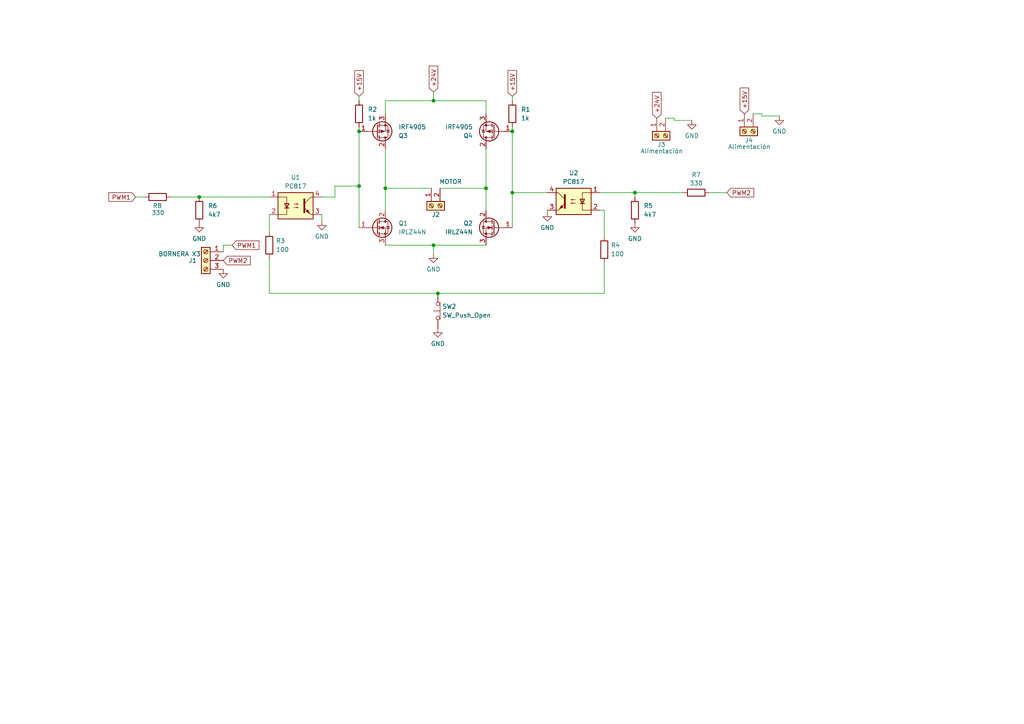
<source format=kicad_sch>
(kicad_sch (version 20231120) (generator "eeschema") (generator_version "8.0")
  (paper "A4")
  (title_block (title "PUENTE H DE POTENCIA") (date "21/08/2024") (rev "1") (company "Danilo Diaz Melión"))
  (lib_symbols
    (symbol "Connector:Screw_Terminal_01x02" (pin_names (offset 1.016) hide)
      (property "Reference" "J" (at 0 2.54 0))
      (property "Value" "Screw_Terminal_01x02" (at 0 -5.08 0))
      (symbol "Screw_Terminal_01x02_1_1"
        (rectangle (start -1.27 1.27) (end 1.27 -3.81) (stroke (width 0.254)) (fill (type background)))
        (circle (center 0 -2.54) (radius 0.635) (stroke (width 0.1524)))
        (polyline (pts (xy -0.5334 -2.2098) (xy 0.3302 -3.048)) (stroke (width 0.1524)))
        (polyline (pts (xy -0.5334 0.3302) (xy 0.3302 -0.508)) (stroke (width 0.1524)))
        (polyline (pts (xy -0.3556 -2.032) (xy 0.508 -2.8702)) (stroke (width 0.1524)))
        (polyline (pts (xy -0.3556 0.508) (xy 0.508 -0.3302)) (stroke (width 0.1524)))
        (circle (center 0 0) (radius 0.635) (stroke (width 0.1524)))
        (pin passive line (at -5.08 0 0) (length 3.81) (name "Pin_1") (number "1"))
        (pin passive line (at -5.08 -2.54 0) (length 3.81) (name "Pin_2") (number "2"))
      )
    )
    (symbol "Connector:Screw_Terminal_01x03" (pin_names (offset 1.016) hide)
      (property "Reference" "J" (at 0 5.08 0))
      (property "Value" "Screw_Terminal_01x03" (at 0 -5.08 0))
      (symbol "Screw_Terminal_01x03_1_1"
        (rectangle (start -1.27 3.81) (end 1.27 -3.81) (stroke (width 0.254)) (fill (type background)))
        (circle (center 0 -2.54) (radius 0.635) (stroke (width 0.1524)))
        (polyline (pts (xy -0.5334 -2.2098) (xy 0.3302 -3.048)) (stroke (width 0.1524)))
        (polyline (pts (xy -0.5334 0.3302) (xy 0.3302 -0.508)) (stroke (width 0.1524)))
        (polyline (pts (xy -0.5334 2.8702) (xy 0.3302 2.032)) (stroke (width 0.1524)))
        (polyline (pts (xy -0.3556 -2.032) (xy 0.508 -2.8702)) (stroke (width 0.1524)))
        (polyline (pts (xy -0.3556 0.508) (xy 0.508 -0.3302)) (stroke (width 0.1524)))
        (polyline (pts (xy -0.3556 3.048) (xy 0.508 2.2098)) (stroke (width 0.1524)))
        (circle (center 0 0) (radius 0.635) (stroke (width 0.1524)))
        (circle (center 0 2.54) (radius 0.635) (stroke (width 0.1524)))
        (pin passive line (at -5.08 2.54 0) (length 3.81) (name "Pin_1") (number "1"))
        (pin passive line (at -5.08 0 0) (length 3.81) (name "Pin_2") (number "2"))
        (pin passive line (at -5.08 -2.54 0) (length 3.81) (name "Pin_3") (number "3"))
      )
    )
    (symbol "Device:R" (pin_numbers hide) (pin_names (offset 0))
      (property "Reference" "R" (at 2.032 0 90))
      (property "Value" "R" (at 0 0 90))
      (symbol "R_0_1"
        (rectangle (start -1.016 -2.54) (end 1.016 2.54) (stroke (width 0.254)))
      )
      (symbol "R_1_1"
        (pin passive line (at 0 3.81 270) (length 1.27) (name "~") (number "1"))
        (pin passive line (at 0 -3.81 90) (length 1.27) (name "~") (number "2"))
      )
    )
    (symbol "Isolator:PC817" (pin_names (offset 1.016))
      (property "Reference" "U" (at -5.08 5.08 0))
      (property "Value" "PC817" (at 0 5.08 0))
      (symbol "PC817_0_1"
        (rectangle (start -5.08 3.81) (end 5.08 -3.81) (stroke (width 0.254)) (fill (type background)))
        (polyline (pts (xy -3.175 -0.635) (xy -1.905 -0.635)) (stroke (width 0.254)))
        (polyline (pts (xy 2.54 0.635) (xy 4.445 2.54)))
        (polyline (pts (xy 4.445 -2.54) (xy 2.54 -0.635)) (fill (type outline)))
        (polyline (pts (xy 4.445 -2.54) (xy 5.08 -2.54)))
        (polyline (pts (xy 4.445 2.54) (xy 5.08 2.54)))
        (polyline (pts (xy -5.08 2.54) (xy -2.54 2.54) (xy -2.54 -0.635)))
        (polyline (pts (xy -2.54 -0.635) (xy -2.54 -2.54) (xy -5.08 -2.54)))
        (polyline (pts (xy 2.54 1.905) (xy 2.54 -1.905) (xy 2.54 -1.905)) (stroke (width 0.508)))
        (polyline (pts (xy -2.54 -0.635) (xy -3.175 0.635) (xy -1.905 0.635) (xy -2.54 -0.635)) (stroke (width 0.254)))
        (polyline (pts (xy -0.508 -0.508) (xy 0.762 -0.508) (xy 0.381 -0.635) (xy 0.381 -0.381) (xy 0.762 -0.508)))
        (polyline (pts (xy -0.508 0.508) (xy 0.762 0.508) (xy 0.381 0.381) (xy 0.381 0.635) (xy 0.762 0.508)))
        (polyline (pts (xy 3.048 -1.651) (xy 3.556 -1.143) (xy 4.064 -2.159) (xy 3.048 -1.651) (xy 3.048 -1.651)) (fill (type outline)))
      )
      (symbol "PC817_1_1"
        (pin passive line (at -7.62 2.54 0) (length 2.54) (name "~") (number "1"))
        (pin passive line (at -7.62 -2.54 0) (length 2.54) (name "~") (number "2"))
        (pin passive line (at 7.62 -2.54 180) (length 2.54) (name "~") (number "3"))
        (pin passive line (at 7.62 2.54 180) (length 2.54) (name "~") (number "4"))
      )
    )
    (symbol "Switch:SW_Push_Open" (pin_numbers hide) (pin_names (offset 1.016) hide)
      (property "Reference" "SW" (at 0 2.54 0))
      (property "Value" "SW_Push_Open" (at 0 -1.905 0))
      (symbol "SW_Push_Open_0_1"
        (circle (center -2.032 0) (radius 0.508))
        (polyline (pts (xy -2.54 -0.635) (xy 2.54 -0.635)))
        (polyline (pts (xy 0 -0.635) (xy 0 1.27)))
        (circle (center 2.032 0) (radius 0.508))
        (pin passive line (at -5.08 0 0) (length 2.54) (name "A") (number "1"))
      )
      (symbol "SW_Push_Open_1_1"
        (pin passive line (at 5.08 0 180) (length 2.54) (name "B") (number "2"))
      )
    )
    (symbol "Transistor_FET:IRF4905" (pin_names hide)
      (property "Reference" "Q" (at 5.08 1.905 0))
      (property "Value" "IRF4905" (at 5.08 0 0))
      (symbol "IRF4905_0_1"
        (polyline (pts (xy 0.254 0) (xy -2.54 0)))
        (polyline (pts (xy 0.254 1.905) (xy 0.254 -1.905)) (stroke (width 0.254)))
        (polyline (pts (xy 0.762 -1.27) (xy 0.762 -2.286)) (stroke (width 0.254)))
        (polyline (pts (xy 0.762 0.508) (xy 0.762 -0.508)) (stroke (width 0.254)))
        (polyline (pts (xy 0.762 2.286) (xy 0.762 1.27)) (stroke (width 0.254)))
        (polyline (pts (xy 2.54 2.54) (xy 2.54 1.778)))
        (polyline (pts (xy 2.54 -2.54) (xy 2.54 0) (xy 0.762 0)))
        (polyline (pts (xy 0.762 1.778) (xy 3.302 1.778) (xy 3.302 -1.778) (xy 0.762 -1.778)))
        (polyline (pts (xy 2.286 0) (xy 1.27 0.381) (xy 1.27 -0.381) (xy 2.286 0)) (fill (type outline)))
        (polyline (pts (xy 2.794 -0.508) (xy 2.921 -0.381) (xy 3.683 -0.381) (xy 3.81 -0.254)))
        (polyline (pts (xy 3.302 -0.381) (xy 2.921 0.254) (xy 3.683 0.254) (xy 3.302 -0.381)))
        (circle (center 1.651 0) (radius 2.794) (stroke (width 0.254)))
        (circle (center 2.54 -1.778) (radius 0.254) (fill (type outline)))
        (circle (center 2.54 1.778) (radius 0.254) (fill (type outline)))
      )
      (symbol "IRF4905_1_1"
        (pin input line (at -5.08 0 0) (length 2.54) (name "G") (number "1"))
        (pin passive line (at 2.54 5.08 270) (length 2.54) (name "D") (number "2"))
        (pin passive line (at 2.54 -5.08 90) (length 2.54) (name "S") (number "3"))
      )
    )
    (symbol "Transistor_FET:IRLZ44N" (pin_names hide)
      (property "Reference" "Q" (at 6.35 1.905 0))
      (property "Value" "IRLZ44N" (at 6.35 0 0))
      (symbol "IRLZ44N_0_1"
        (polyline (pts (xy 0.254 0) (xy -2.54 0)))
        (polyline (pts (xy 0.254 1.905) (xy 0.254 -1.905)) (stroke (width 0.254)))
        (polyline (pts (xy 0.762 -1.27) (xy 0.762 -2.286)) (stroke (width 0.254)))
        (polyline (pts (xy 0.762 0.508) (xy 0.762 -0.508)) (stroke (width 0.254)))
        (polyline (pts (xy 0.762 2.286) (xy 0.762 1.27)) (stroke (width 0.254)))
        (polyline (pts (xy 2.54 2.54) (xy 2.54 1.778)))
        (polyline (pts (xy 2.54 -2.54) (xy 2.54 0) (xy 0.762 0)))
        (polyline (pts (xy 0.762 -1.778) (xy 3.302 -1.778) (xy 3.302 1.778) (xy 0.762 1.778)))
        (polyline (pts (xy 1.016 0) (xy 2.032 0.381) (xy 2.032 -0.381) (xy 1.016 0)) (fill (type outline)))
        (polyline (pts (xy 2.794 0.508) (xy 2.921 0.381) (xy 3.683 0.381) (xy 3.81 0.254)))
        (polyline (pts (xy 3.302 0.381) (xy 2.921 -0.254) (xy 3.683 -0.254) (xy 3.302 0.381)))
        (circle (center 1.651 0) (radius 2.794) (stroke (width 0.254)))
        (circle (center 2.54 -1.778) (radius 0.254) (fill (type outline)))
        (circle (center 2.54 1.778) (radius 0.254) (fill (type outline)))
      )
      (symbol "IRLZ44N_1_1"
        (pin input line (at -5.08 0 0) (length 2.54) (name "G") (number "1"))
        (pin passive line (at 2.54 5.08 270) (length 2.54) (name "D") (number "2"))
        (pin passive line (at 2.54 -5.08 90) (length 2.54) (name "S") (number "3"))
      )
    )
    (symbol "power:GND" (power) (pin_names (offset 0))
      (property "Value" "GND" (at 0 -3.81 0))
      (symbol "GND_0_1"
        (polyline (pts (xy 0 0) (xy 0 -1.27) (xy 1.27 -1.27) (xy 0 -2.54) (xy -1.27 -1.27) (xy 0 -1.27)))
      )
      (symbol "GND_1_1"
        (pin power_in line (at 0 0 270) (length 0) hide (name "GND") (number "1"))
      )
    )
  )
  (junction (at 127 85.09))
  (junction (at 57.785 57.15))
  (junction (at 184.15 55.88))
  (junction (at 148.59 55.88))
  (junction (at 104.14 38.1))
  (junction (at 125.73 29.21))
  (junction (at 111.76 54.61))
  (junction (at 148.59 38.1))
  (junction (at 140.97 54.61))
  (junction (at 125.73 71.12))
  (junction (at 104.14 53.975))
  (wire (pts (xy 173.99 55.88) (xy 184.15 55.88)))
  (wire (pts (xy 64.77 71.12) (xy 67.31 71.12)))
  (wire (pts (xy 111.76 43.18) (xy 111.76 54.61)))
  (wire (pts (xy 125.73 71.12) (xy 140.97 71.12)))
  (wire (pts (xy 49.53 57.15) (xy 57.785 57.15)))
  (wire (pts (xy 140.97 29.21) (xy 140.97 33.02)))
  (wire (pts (xy 195.58 34.29) (xy 195.58 34.925)))
  (wire (pts (xy 184.15 55.88) (xy 184.15 57.15)))
  (wire (pts (xy 175.26 60.96) (xy 175.26 68.58)))
  (wire (pts (xy 104.14 36.83) (xy 104.14 38.1)))
  (wire (pts (xy 78.105 74.93) (xy 78.105 85.09)))
  (wire (pts (xy 111.76 71.12) (xy 125.73 71.12)))
  (wire (pts (xy 78.105 62.23) (xy 78.105 67.31)))
  (wire (pts (xy 220.98 33.02) (xy 220.98 33.655)))
  (wire (pts (xy 148.59 55.88) (xy 148.59 66.04)))
  (wire (pts (xy 93.345 62.23) (xy 93.345 64.135)))
  (wire (pts (xy 175.26 76.2) (xy 175.26 85.09)))
  (wire (pts (xy 111.76 54.61) (xy 125.095 54.61)))
  (wire (pts (xy 195.58 34.925) (xy 200.66 34.925)))
  (wire (pts (xy 64.77 73.025) (xy 64.77 71.12)))
  (wire (pts (xy 125.73 29.21) (xy 140.97 29.21)))
  (wire (pts (xy 97.155 53.975) (xy 97.155 57.15)))
  (wire (pts (xy 193.04 34.29) (xy 195.58 34.29)))
  (wire (pts (xy 104.14 53.975) (xy 104.14 66.04)))
  (wire (pts (xy 111.76 54.61) (xy 111.76 60.96)))
  (wire (pts (xy 148.59 36.83) (xy 148.59 38.1)))
  (wire (pts (xy 184.15 55.88) (xy 198.12 55.88)))
  (wire (pts (xy 127 85.09) (xy 175.26 85.09)))
  (wire (pts (xy 140.97 60.96) (xy 140.97 54.61)))
  (wire (pts (xy 218.44 33.02) (xy 220.98 33.02)))
  (wire (pts (xy 140.97 43.18) (xy 140.97 54.61)))
  (wire (pts (xy 205.74 55.88) (xy 210.82 55.88)))
  (wire (pts (xy 93.345 57.15) (xy 97.155 57.15)))
  (wire (pts (xy 127.635 54.61) (xy 140.97 54.61)))
  (wire (pts (xy 220.98 33.655) (xy 226.06 33.655)))
  (wire (pts (xy 148.59 27.94) (xy 148.59 29.21)))
  (wire (pts (xy 148.59 55.88) (xy 158.75 55.88)))
  (wire (pts (xy 173.99 60.96) (xy 175.26 60.96)))
  (wire (pts (xy 125.73 73.66) (xy 125.73 71.12)))
  (wire (pts (xy 148.59 38.1) (xy 148.59 55.88)))
  (wire (pts (xy 39.37 57.15) (xy 41.91 57.15)))
  (wire (pts (xy 57.785 57.15) (xy 78.105 57.15)))
  (wire (pts (xy 104.14 38.1) (xy 104.14 53.975)))
  (wire (pts (xy 104.14 53.975) (xy 97.155 53.975)))
  (wire (pts (xy 158.75 60.96) (xy 158.75 61.595)))
  (wire (pts (xy 125.73 26.67) (xy 125.73 29.21)))
  (wire (pts (xy 104.14 27.94) (xy 104.14 29.21)))
  (wire (pts (xy 111.76 29.21) (xy 111.76 33.02)))
  (wire (pts (xy 111.76 29.21) (xy 125.73 29.21)))
  (wire (pts (xy 78.105 85.09) (xy 127 85.09)))
  (global_label "+15V" (shape input) (at 215.9 33.02 90) (property "Intersheetrefs" "${INTERSHEET_REFS}" (effects (hide yes))))
  (global_label "PWM1" (shape input) (at 39.37 57.15 180) (property "Intersheetrefs" "${INTERSHEET_REFS}" (effects (hide yes))))
  (global_label "PWM1" (shape input) (at 67.31 71.12 0) (property "Intersheetrefs" "${INTERSHEET_REFS}" (effects (hide yes))))
  (global_label "+15V" (shape input) (at 104.14 27.94 90) (property "Intersheetrefs" "${INTERSHEET_REFS}" (effects (hide yes))))
  (global_label "+15V" (shape input) (at 148.59 27.94 90) (property "Intersheetrefs" "${INTERSHEET_REFS}" (effects (hide yes))))
  (global_label "PWM2" (shape input) (at 64.77 75.565 0) (property "Intersheetrefs" "${INTERSHEET_REFS}" (effects (hide yes))))
  (global_label "PWM2" (shape input) (at 210.82 55.88 0) (property "Intersheetrefs" "${INTERSHEET_REFS}" (effects (hide yes))))
  (global_label "+24V" (shape input) (at 190.5 34.29 90) (property "Intersheetrefs" "${INTERSHEET_REFS}" (effects (hide yes))))
  (global_label "+24V" (shape input) (at 125.73 26.67 90) (property "Intersheetrefs" "${INTERSHEET_REFS}" (effects (hide yes))))
  (symbol (lib_id "Device:R") (at 184.15 60.96 0) (unit 1)
    (property "Reference" "R5" (at 186.69 59.69 0) (effects (justify left)))
    (property "Value" "4k7" (at 186.69 62.23 0) (effects (justify left)))
    (property "Footprint" "Resistor_THT:R_Axial_DIN0309_L9.0mm_D3.2mm_P12.70mm_Horizontal" (effects (hide yes)))
  )
  (symbol (lib_id "Device:R") (at 45.72 57.15 90) (unit 1)
    (property "Reference" "R8" (at 46.99 59.69 90) (effects (justify left)))
    (property "Value" "330" (at 47.752 61.722 90) (effects (justify left)))
    (property "Footprint" "Resistor_THT:R_Axial_DIN0309_L9.0mm_D3.2mm_P12.70mm_Horizontal" (effects (hide yes)))
  )
  (symbol (lib_id "Device:R") (at 148.59 33.02 0) (unit 1)
    (property "Reference" "R1" (at 151.13 31.75 0) (effects (justify left)))
    (property "Value" "1k" (at 151.13 34.29 0) (effects (justify left)))
    (property "Footprint" "Resistor_THT:R_Axial_DIN0309_L9.0mm_D3.2mm_P12.70mm_Horizontal" (effects (hide yes)))
  )
  (symbol (lib_id "Connector:Screw_Terminal_01x02") (at 215.9 38.1 90) (mirror x) (unit 1)
    (property "Reference" "J4" (at 218.44 40.64 90) (effects (justify left)))
    (property "Value" "Alimentación" (at 223.52 42.545 90) (effects (justify left)))
    (property "Footprint" "TerminalBlock_Dinkle:TerminalBlock_Dinkle_DT-55-B01X-02_P10.00mm" (effects (hide yes)))
  )
  (symbol (lib_id "power:GND") (at 158.75 61.595 0) (unit 1)
    (property "Reference" "#PWR04" (effects (hide yes)))
    (property "Value" "GND" (at 158.75 66.04 0))
  )
  (symbol (lib_id "power:GND") (at 184.15 64.77 0) (unit 1)
    (property "Reference" "#PWR01" (effects (hide yes)))
    (property "Value" "GND" (at 184.15 69.215 0))
  )
  (symbol (lib_id "Connector:Screw_Terminal_01x02") (at 190.5 39.37 90) (mirror x) (unit 1)
    (property "Reference" "J3" (at 193.04 41.91 90) (effects (justify left)))
    (property "Value" "Alimentación" (at 198.12 43.815 90) (effects (justify left)))
    (property "Footprint" "TerminalBlock_Dinkle:TerminalBlock_Dinkle_DT-55-B01X-02_P10.00mm" (effects (hide yes)))
  )
  (symbol (lib_id "Connector:Screw_Terminal_01x02") (at 125.095 59.69 90) (mirror x) (unit 1)
    (property "Reference" "J2" (at 127.635 62.23 90) (effects (justify left)))
    (property "Value" "MOTOR" (at 133.985 52.705 90) (effects (justify left)))
    (property "Footprint" "TerminalBlock_Dinkle:TerminalBlock_Dinkle_DT-55-B01X-02_P10.00mm" (effects (hide yes)))
  )
  (symbol (lib_id "Device:R") (at 175.26 72.39 0) (unit 1)
    (property "Reference" "R4" (at 177.165 71.12 0) (effects (justify left)))
    (property "Value" "100" (at 177.165 73.66 0) (effects (justify left)))
    (property "Footprint" "Resistor_THT:R_Axial_DIN0309_L9.0mm_D3.2mm_P12.70mm_Horizontal" (effects (hide yes)))
  )
  (symbol (lib_id "Transistor_FET:IRLZ44N") (at 109.22 66.04 0) (unit 1)
    (property "Reference" "Q1" (at 115.57 64.77 0) (effects (justify left)))
    (property "Value" "IRLZ44N" (at 115.57 67.31 0) (effects (justify left)))
    (property "Footprint" "Package_TO_SOT_THT:TO-220-3_Vertical" (effects (hide yes)))
    (property "Datasheet" "http://www.irf.com/product-info/datasheets/data/irlz44n.pdf" (effects (hide yes)))
  )
  (symbol (lib_id "Device:R") (at 78.105 71.12 0) (unit 1)
    (property "Reference" "R3" (at 80.01 69.85 0) (effects (justify left)))
    (property "Value" "100" (at 80.01 72.39 0) (effects (justify left)))
    (property "Footprint" "Resistor_THT:R_Axial_DIN0309_L9.0mm_D3.2mm_P12.70mm_Horizontal" (effects (hide yes)))
  )
  (symbol (lib_id "Device:R") (at 201.93 55.88 90) (unit 1)
    (property "Reference" "R7" (at 201.93 50.7195 90))
    (property "Value" "330" (at 201.93 53.1438 90))
    (property "Footprint" "Resistor_THT:R_Axial_DIN0309_L9.0mm_D3.2mm_P12.70mm_Horizontal" (effects (hide yes)))
    (property "Description" "Resistor" (effects (hide yes)))
  )
  (symbol (lib_id "power:GND") (at 57.785 64.77 0) (unit 1)
    (property "Reference" "#PWR02" (effects (hide yes)))
    (property "Value" "GND" (at 57.785 69.215 0))
  )
  (symbol (lib_id "power:GND") (at 226.06 33.655 0) (unit 1)
    (property "Reference" "#PWR09" (effects (hide yes)))
    (property "Value" "GND" (at 226.06 38.1 0))
  )
  (symbol (lib_id "Device:R") (at 104.14 33.02 0) (unit 1)
    (property "Reference" "R2" (at 106.68 31.75 0) (effects (justify left)))
    (property "Value" "1k" (at 106.68 34.29 0) (effects (justify left)))
    (property "Footprint" "Resistor_THT:R_Axial_DIN0309_L9.0mm_D3.2mm_P12.70mm_Horizontal" (effects (hide yes)))
  )
  (symbol (lib_id "Transistor_FET:IRLZ44N") (at 143.51 66.04 0) (mirror y) (unit 1)
    (property "Reference" "Q2" (at 137.16 64.77 0) (effects (justify left)))
    (property "Value" "IRLZ44N" (at 137.16 67.31 0) (effects (justify left)))
    (property "Footprint" "Package_TO_SOT_THT:TO-220-3_Vertical" (effects (hide yes)))
    (property "Datasheet" "http://www.irf.com/product-info/datasheets/data/irlz44n.pdf" (effects (hide yes)))
  )
  (symbol (lib_id "Transistor_FET:IRF4905") (at 109.22 38.1 0) (mirror x) (unit 1)
    (property "Reference" "Q3" (at 115.57 39.37 0) (effects (justify left)))
    (property "Value" "IRF4905" (at 115.57 36.83 0) (effects (justify left)))
    (property "Footprint" "Package_TO_SOT_THT:TO-220-3_Vertical" (effects (hide yes)))
    (property "Datasheet" "http://www.infineon.com/dgdl/irf4905.pdf?fileId=5546d462533600a4015355e32165197c" (effects (hide yes)))
  )
  (symbol (lib_id "power:GND") (at 200.66 34.925 0) (unit 1)
    (property "Reference" "#PWR07" (effects (hide yes)))
    (property "Value" "GND" (at 200.66 39.37 0))
  )
  (symbol (lib_id "Isolator:PC817") (at 85.725 59.69 0) (unit 1)
    (property "Reference" "U1" (at 85.725 51.435 0))
    (property "Value" "PC817" (at 85.725 53.975 0))
    (property "Footprint" "Package_DIP:DIP-4_W7.62mm" (effects (hide yes)))
    (property "Datasheet" "http://www.soselectronic.cz/a_info/resource/d/pc817.pdf" (effects (hide yes)))
  )
  (symbol (lib_id "power:GND") (at 125.73 73.66 0) (unit 1)
    (property "Reference" "#PWR08" (effects (hide yes)))
    (property "Value" "GND" (at 125.73 78.105 0))
  )
  (symbol (lib_id "power:GND") (at 127 95.25 0) (unit 1)
    (property "Reference" "#PWR05" (effects (hide yes)))
    (property "Value" "GND" (at 127 99.695 0))
  )
  (symbol (lib_id "Device:R") (at 57.785 60.96 0) (unit 1)
    (property "Reference" "R6" (at 60.325 59.69 0) (effects (justify left)))
    (property "Value" "4k7" (at 60.325 62.23 0) (effects (justify left)))
    (property "Footprint" "Resistor_THT:R_Axial_DIN0309_L9.0mm_D3.2mm_P12.70mm_Horizontal" (effects (hide yes)))
  )
  (symbol (lib_id "power:GND") (at 64.77 78.105 0) (unit 1)
    (property "Reference" "#PWR06" (effects (hide yes)))
    (property "Value" "GND" (at 64.77 82.55 0))
  )
  (symbol (lib_id "Isolator:PC817") (at 166.37 58.42 0) (mirror y) (unit 1)
    (property "Reference" "U2" (at 166.37 50.165 0))
    (property "Value" "PC817" (at 166.37 52.705 0))
    (property "Footprint" "Package_DIP:DIP-4_W7.62mm" (effects (hide yes)))
    (property "Datasheet" "http://www.soselectronic.cz/a_info/resource/d/pc817.pdf" (effects (hide yes)))
  )
  (symbol (lib_id "Transistor_FET:IRF4905") (at 143.51 38.1 180) (unit 1)
    (property "Reference" "Q4" (at 137.16 39.37 0) (effects (justify left)))
    (property "Value" "IRF4905" (at 137.16 36.83 0) (effects (justify left)))
    (property "Footprint" "Package_TO_SOT_THT:TO-220-3_Vertical" (effects (hide yes)))
    (property "Datasheet" "http://www.infineon.com/dgdl/irf4905.pdf?fileId=5546d462533600a4015355e32165197c" (effects (hide yes)))
  )
  (symbol (lib_id "Connector:Screw_Terminal_01x03") (at 59.69 75.565 0) (mirror y) (unit 1)
    (property "Reference" "J1" (at 55.88 75.565 0))
    (property "Value" "BORNERA X3" (at 52.07 73.66 0))
    (property "Footprint" "Connector_PinHeader_2.54mm:PinHeader_1x03_P2.54mm_Vertical" (effects (hide yes)))
  )
  (symbol (lib_id "Switch:SW_Push_Open") (at 127 90.17 90) (unit 1)
    (property "Reference" "SW2" (at 128.27 88.9 90) (effects (justify right)))
    (property "Value" "SW_Push_Open" (at 128.27 91.44 90) (effects (justify right)))
    (property "Footprint" "Button_Switch_THT:SW_CW_GPTS203211B" (effects (hide yes)))
  )
  (symbol (lib_id "power:GND") (at 93.345 64.135 0) (unit 1)
    (property "Reference" "#PWR03" (effects (hide yes)))
    (property "Value" "GND" (at 93.345 68.58 0))
  )
)
</source>
